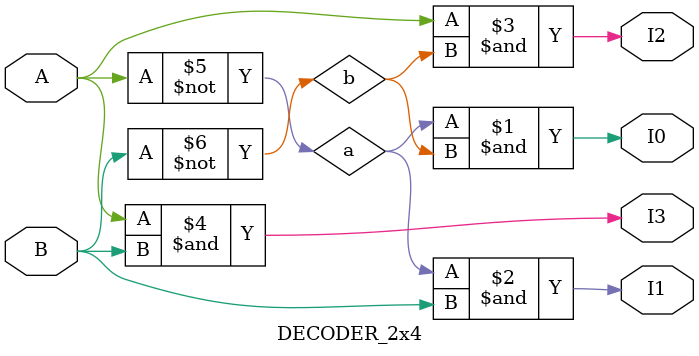
<source format=v>
`timescale 1ns / 1ps

module DECODER_2x4(A,B,I0,I1,I2,I3);
input  A,B;
output I0,I1,I2,I3;
wire a,b;

not(a,A);
not(b,B);

and(I0,a,b);
and(I1,a,B);
and(I2,A,b);
and(I3,A,B);

endmodule

</source>
